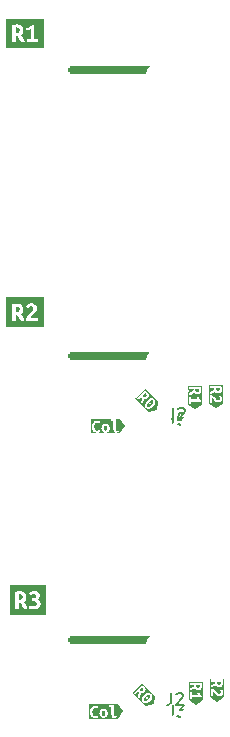
<source format=gbr>
%TF.GenerationSoftware,KiCad,Pcbnew,7.0.2*%
%TF.CreationDate,2024-09-11T13:34:27+02:00*%
%TF.ProjectId,column,636f6c75-6d6e-42e6-9b69-6361645f7063,rev?*%
%TF.SameCoordinates,Original*%
%TF.FileFunction,Legend,Top*%
%TF.FilePolarity,Positive*%
%FSLAX46Y46*%
G04 Gerber Fmt 4.6, Leading zero omitted, Abs format (unit mm)*
G04 Created by KiCad (PCBNEW 7.0.2) date 2024-09-11 13:34:27*
%MOMM*%
%LPD*%
G01*
G04 APERTURE LIST*
G04 Aperture macros list*
%AMRoundRect*
0 Rectangle with rounded corners*
0 $1 Rounding radius*
0 $2 $3 $4 $5 $6 $7 $8 $9 X,Y pos of 4 corners*
0 Add a 4 corners polygon primitive as box body*
4,1,4,$2,$3,$4,$5,$6,$7,$8,$9,$2,$3,0*
0 Add four circle primitives for the rounded corners*
1,1,$1+$1,$2,$3*
1,1,$1+$1,$4,$5*
1,1,$1+$1,$6,$7*
1,1,$1+$1,$8,$9*
0 Add four rect primitives between the rounded corners*
20,1,$1+$1,$2,$3,$4,$5,0*
20,1,$1+$1,$4,$5,$6,$7,0*
20,1,$1+$1,$6,$7,$8,$9,0*
20,1,$1+$1,$8,$9,$2,$3,0*%
%AMHorizOval*
0 Thick line with rounded ends*
0 $1 width*
0 $2 $3 position (X,Y) of the first rounded end (center of the circle)*
0 $4 $5 position (X,Y) of the second rounded end (center of the circle)*
0 Add line between two ends*
20,1,$1,$2,$3,$4,$5,0*
0 Add two circle primitives to create the rounded ends*
1,1,$1,$2,$3*
1,1,$1,$4,$5*%
G04 Aperture macros list end*
%ADD10C,0.150000*%
%ADD11O,2.701800X1.701800*%
%ADD12C,3.987800*%
%ADD13HorizOval,2.032000X-0.608505X0.641231X0.608505X-0.641231X0*%
%ADD14C,2.032000*%
%ADD15RoundRect,0.189673X3.620327X0.189672X-3.620327X0.189672X-3.620327X-0.189672X3.620327X-0.189672X0*%
%ADD16HorizOval,2.032000X-0.608505X-0.641231X0.608505X0.641231X0*%
%ADD17HorizOval,2.032000X-1.269427X-0.410014X1.269427X0.410014X0*%
%ADD18HorizOval,2.032000X-1.269427X0.410014X1.269427X-0.410014X0*%
%ADD19C,1.600000*%
G04 APERTURE END LIST*
D10*
X197460382Y-101717231D02*
X197460382Y-102431516D01*
X197460382Y-102431516D02*
X197412763Y-102574373D01*
X197412763Y-102574373D02*
X197317525Y-102669612D01*
X197317525Y-102669612D02*
X197174668Y-102717231D01*
X197174668Y-102717231D02*
X197079430Y-102717231D01*
X197888954Y-101812469D02*
X197936573Y-101764850D01*
X197936573Y-101764850D02*
X198031811Y-101717231D01*
X198031811Y-101717231D02*
X198269906Y-101717231D01*
X198269906Y-101717231D02*
X198365144Y-101764850D01*
X198365144Y-101764850D02*
X198412763Y-101812469D01*
X198412763Y-101812469D02*
X198460382Y-101907707D01*
X198460382Y-101907707D02*
X198460382Y-102002945D01*
X198460382Y-102002945D02*
X198412763Y-102145802D01*
X198412763Y-102145802D02*
X197841335Y-102717231D01*
X197841335Y-102717231D02*
X198460382Y-102717231D01*
X197291798Y-125861745D02*
X197291798Y-126576030D01*
X197291798Y-126576030D02*
X197244179Y-126718887D01*
X197244179Y-126718887D02*
X197148941Y-126814126D01*
X197148941Y-126814126D02*
X197006084Y-126861745D01*
X197006084Y-126861745D02*
X196910846Y-126861745D01*
X197720370Y-125956983D02*
X197767989Y-125909364D01*
X197767989Y-125909364D02*
X197863227Y-125861745D01*
X197863227Y-125861745D02*
X198101322Y-125861745D01*
X198101322Y-125861745D02*
X198196560Y-125909364D01*
X198196560Y-125909364D02*
X198244179Y-125956983D01*
X198244179Y-125956983D02*
X198291798Y-126052221D01*
X198291798Y-126052221D02*
X198291798Y-126147459D01*
X198291798Y-126147459D02*
X198244179Y-126290316D01*
X198244179Y-126290316D02*
X197672751Y-126861745D01*
X197672751Y-126861745D02*
X198291798Y-126861745D01*
%TO.C,SW3*%
X193818823Y-124277194D02*
X193675966Y-124229574D01*
X193675966Y-124229574D02*
X193437871Y-124229574D01*
X193437871Y-124229574D02*
X193342633Y-124277194D01*
X193342633Y-124277194D02*
X193295014Y-124324813D01*
X193295014Y-124324813D02*
X193247395Y-124420051D01*
X193247395Y-124420051D02*
X193247395Y-124515289D01*
X193247395Y-124515289D02*
X193295014Y-124610527D01*
X193295014Y-124610527D02*
X193342633Y-124658146D01*
X193342633Y-124658146D02*
X193437871Y-124705765D01*
X193437871Y-124705765D02*
X193628347Y-124753384D01*
X193628347Y-124753384D02*
X193723585Y-124801003D01*
X193723585Y-124801003D02*
X193771204Y-124848622D01*
X193771204Y-124848622D02*
X193818823Y-124943860D01*
X193818823Y-124943860D02*
X193818823Y-125039098D01*
X193818823Y-125039098D02*
X193771204Y-125134336D01*
X193771204Y-125134336D02*
X193723585Y-125181955D01*
X193723585Y-125181955D02*
X193628347Y-125229574D01*
X193628347Y-125229574D02*
X193390252Y-125229574D01*
X193390252Y-125229574D02*
X193247395Y-125181955D01*
X192914061Y-125229574D02*
X192675966Y-124229574D01*
X192675966Y-124229574D02*
X192485490Y-124943860D01*
X192485490Y-124943860D02*
X192295014Y-124229574D01*
X192295014Y-124229574D02*
X192056919Y-125229574D01*
X191771204Y-125229574D02*
X191152157Y-125229574D01*
X191152157Y-125229574D02*
X191485490Y-124848622D01*
X191485490Y-124848622D02*
X191342633Y-124848622D01*
X191342633Y-124848622D02*
X191247395Y-124801003D01*
X191247395Y-124801003D02*
X191199776Y-124753384D01*
X191199776Y-124753384D02*
X191152157Y-124658146D01*
X191152157Y-124658146D02*
X191152157Y-124420051D01*
X191152157Y-124420051D02*
X191199776Y-124324813D01*
X191199776Y-124324813D02*
X191247395Y-124277194D01*
X191247395Y-124277194D02*
X191342633Y-124229574D01*
X191342633Y-124229574D02*
X191628347Y-124229574D01*
X191628347Y-124229574D02*
X191723585Y-124277194D01*
X191723585Y-124277194D02*
X191771204Y-124324813D01*
%TO.C,SW2*%
X193818823Y-100179194D02*
X193675966Y-100131574D01*
X193675966Y-100131574D02*
X193437871Y-100131574D01*
X193437871Y-100131574D02*
X193342633Y-100179194D01*
X193342633Y-100179194D02*
X193295014Y-100226813D01*
X193295014Y-100226813D02*
X193247395Y-100322051D01*
X193247395Y-100322051D02*
X193247395Y-100417289D01*
X193247395Y-100417289D02*
X193295014Y-100512527D01*
X193295014Y-100512527D02*
X193342633Y-100560146D01*
X193342633Y-100560146D02*
X193437871Y-100607765D01*
X193437871Y-100607765D02*
X193628347Y-100655384D01*
X193628347Y-100655384D02*
X193723585Y-100703003D01*
X193723585Y-100703003D02*
X193771204Y-100750622D01*
X193771204Y-100750622D02*
X193818823Y-100845860D01*
X193818823Y-100845860D02*
X193818823Y-100941098D01*
X193818823Y-100941098D02*
X193771204Y-101036336D01*
X193771204Y-101036336D02*
X193723585Y-101083955D01*
X193723585Y-101083955D02*
X193628347Y-101131574D01*
X193628347Y-101131574D02*
X193390252Y-101131574D01*
X193390252Y-101131574D02*
X193247395Y-101083955D01*
X192914061Y-101131574D02*
X192675966Y-100131574D01*
X192675966Y-100131574D02*
X192485490Y-100845860D01*
X192485490Y-100845860D02*
X192295014Y-100131574D01*
X192295014Y-100131574D02*
X192056919Y-101131574D01*
X191723585Y-101036336D02*
X191675966Y-101083955D01*
X191675966Y-101083955D02*
X191580728Y-101131574D01*
X191580728Y-101131574D02*
X191342633Y-101131574D01*
X191342633Y-101131574D02*
X191247395Y-101083955D01*
X191247395Y-101083955D02*
X191199776Y-101036336D01*
X191199776Y-101036336D02*
X191152157Y-100941098D01*
X191152157Y-100941098D02*
X191152157Y-100845860D01*
X191152157Y-100845860D02*
X191199776Y-100703003D01*
X191199776Y-100703003D02*
X191771204Y-100131574D01*
X191771204Y-100131574D02*
X191152157Y-100131574D01*
%TO.C,SW1*%
X193818823Y-75981194D02*
X193675966Y-75933574D01*
X193675966Y-75933574D02*
X193437871Y-75933574D01*
X193437871Y-75933574D02*
X193342633Y-75981194D01*
X193342633Y-75981194D02*
X193295014Y-76028813D01*
X193295014Y-76028813D02*
X193247395Y-76124051D01*
X193247395Y-76124051D02*
X193247395Y-76219289D01*
X193247395Y-76219289D02*
X193295014Y-76314527D01*
X193295014Y-76314527D02*
X193342633Y-76362146D01*
X193342633Y-76362146D02*
X193437871Y-76409765D01*
X193437871Y-76409765D02*
X193628347Y-76457384D01*
X193628347Y-76457384D02*
X193723585Y-76505003D01*
X193723585Y-76505003D02*
X193771204Y-76552622D01*
X193771204Y-76552622D02*
X193818823Y-76647860D01*
X193818823Y-76647860D02*
X193818823Y-76743098D01*
X193818823Y-76743098D02*
X193771204Y-76838336D01*
X193771204Y-76838336D02*
X193723585Y-76885955D01*
X193723585Y-76885955D02*
X193628347Y-76933574D01*
X193628347Y-76933574D02*
X193390252Y-76933574D01*
X193390252Y-76933574D02*
X193247395Y-76885955D01*
X192914061Y-76933574D02*
X192675966Y-75933574D01*
X192675966Y-75933574D02*
X192485490Y-76647860D01*
X192485490Y-76647860D02*
X192295014Y-75933574D01*
X192295014Y-75933574D02*
X192056919Y-76933574D01*
X191152157Y-75933574D02*
X191723585Y-75933574D01*
X191437871Y-75933574D02*
X191437871Y-76933574D01*
X191437871Y-76933574D02*
X191533109Y-76790717D01*
X191533109Y-76790717D02*
X191628347Y-76695479D01*
X191628347Y-76695479D02*
X191723585Y-76647860D01*
%TO.C,J3*%
X197412157Y-126888813D02*
X197412157Y-127603098D01*
X197412157Y-127603098D02*
X197364538Y-127745955D01*
X197364538Y-127745955D02*
X197269300Y-127841194D01*
X197269300Y-127841194D02*
X197126443Y-127888813D01*
X197126443Y-127888813D02*
X197031205Y-127888813D01*
X197793110Y-126888813D02*
X198412157Y-126888813D01*
X198412157Y-126888813D02*
X198078824Y-127269765D01*
X198078824Y-127269765D02*
X198221681Y-127269765D01*
X198221681Y-127269765D02*
X198316919Y-127317384D01*
X198316919Y-127317384D02*
X198364538Y-127365003D01*
X198364538Y-127365003D02*
X198412157Y-127460241D01*
X198412157Y-127460241D02*
X198412157Y-127698336D01*
X198412157Y-127698336D02*
X198364538Y-127793574D01*
X198364538Y-127793574D02*
X198316919Y-127841194D01*
X198316919Y-127841194D02*
X198221681Y-127888813D01*
X198221681Y-127888813D02*
X197935967Y-127888813D01*
X197935967Y-127888813D02*
X197840729Y-127841194D01*
X197840729Y-127841194D02*
X197793110Y-127793574D01*
%TO.C,J5*%
X197446829Y-102176789D02*
X197446829Y-102891074D01*
X197446829Y-102891074D02*
X197399210Y-103033931D01*
X197399210Y-103033931D02*
X197303972Y-103129170D01*
X197303972Y-103129170D02*
X197161115Y-103176789D01*
X197161115Y-103176789D02*
X197065877Y-103176789D01*
X198399210Y-102176789D02*
X197923020Y-102176789D01*
X197923020Y-102176789D02*
X197875401Y-102652979D01*
X197875401Y-102652979D02*
X197923020Y-102605360D01*
X197923020Y-102605360D02*
X198018258Y-102557741D01*
X198018258Y-102557741D02*
X198256353Y-102557741D01*
X198256353Y-102557741D02*
X198351591Y-102605360D01*
X198351591Y-102605360D02*
X198399210Y-102652979D01*
X198399210Y-102652979D02*
X198446829Y-102748217D01*
X198446829Y-102748217D02*
X198446829Y-102986312D01*
X198446829Y-102986312D02*
X198399210Y-103081550D01*
X198399210Y-103081550D02*
X198351591Y-103129170D01*
X198351591Y-103129170D02*
X198256353Y-103176789D01*
X198256353Y-103176789D02*
X198018258Y-103176789D01*
X198018258Y-103176789D02*
X197923020Y-103129170D01*
X197923020Y-103129170D02*
X197875401Y-103081550D01*
%TO.C,kibuzzard-6399CA47*%
G36*
X199647585Y-100178214D02*
G01*
X199648379Y-100205201D01*
X199639251Y-100275448D01*
X199611866Y-100330614D01*
X199565035Y-100366333D01*
X199497567Y-100378239D01*
X199387235Y-100333789D01*
X199358065Y-100275448D01*
X199348342Y-100189326D01*
X199348342Y-100146464D01*
X199643617Y-100146464D01*
X199647585Y-100178214D01*
G37*
G36*
X199884387Y-99951201D02*
G01*
X199884387Y-101387889D01*
X199884387Y-101454035D01*
X199321354Y-101829390D01*
X198758321Y-101454035D01*
X198758321Y-101387889D01*
X198824466Y-101387889D01*
X198986391Y-101387889D01*
X198986391Y-101192626D01*
X199807129Y-101192626D01*
X199807129Y-101059276D01*
X199745217Y-100991014D01*
X199688067Y-100906876D01*
X199638854Y-100817976D01*
X199602341Y-100735426D01*
X199440416Y-100798926D01*
X199479310Y-100895764D01*
X199535667Y-100997364D01*
X198986391Y-100997364D01*
X198986391Y-100790989D01*
X198824466Y-100790989D01*
X198824466Y-101387889D01*
X198758321Y-101387889D01*
X198758321Y-100641764D01*
X198824466Y-100641764D01*
X198928448Y-100596520D01*
X199037985Y-100541751D01*
X199142760Y-100483014D01*
X199234041Y-100425864D01*
X199278888Y-100495317D01*
X199340404Y-100541751D01*
X199414223Y-100567945D01*
X199495979Y-100576676D01*
X199573171Y-100570128D01*
X199639648Y-100550483D01*
X199740454Y-100475076D01*
X199774982Y-100421101D01*
X199799192Y-100357601D01*
X199813479Y-100285370D01*
X199818242Y-100205201D01*
X199816654Y-100149639D01*
X199812685Y-100082964D01*
X199804748Y-100013908D01*
X199792842Y-99951201D01*
X198824466Y-99951201D01*
X198824466Y-100146464D01*
X199186417Y-100146464D01*
X199186417Y-100248064D01*
X199096524Y-100301841D01*
X199007823Y-100352045D01*
X198917931Y-100397487D01*
X198824466Y-100436976D01*
X198824466Y-100641764D01*
X198758321Y-100641764D01*
X198758321Y-99951201D01*
X198758321Y-99885056D01*
X199884387Y-99885056D01*
X199884387Y-99951201D01*
G37*
%TO.C,kibuzzard-6399CA4F*%
G36*
X201405083Y-100098060D02*
G01*
X201405877Y-100125047D01*
X201396749Y-100195294D01*
X201369364Y-100250460D01*
X201322533Y-100286178D01*
X201255064Y-100298085D01*
X201144733Y-100253635D01*
X201115563Y-100195294D01*
X201105839Y-100109172D01*
X201105839Y-100066310D01*
X201401114Y-100066310D01*
X201405083Y-100098060D01*
G37*
G36*
X201652998Y-99871047D02*
G01*
X201652998Y-101312497D01*
X201652998Y-101378643D01*
X201084408Y-101757703D01*
X200515818Y-101378643D01*
X200515818Y-101312497D01*
X200581964Y-101312497D01*
X200743889Y-101312497D01*
X200743889Y-100890222D01*
X200796277Y-100906891D01*
X200852633Y-100947372D01*
X200906608Y-100998172D01*
X200951852Y-101045797D01*
X201031227Y-101126760D01*
X201116952Y-101198197D01*
X201208233Y-101248997D01*
X201305864Y-101268047D01*
X201428896Y-101242647D01*
X201517002Y-101174385D01*
X201569389Y-101075960D01*
X201586852Y-100960072D01*
X201578914Y-100877324D01*
X201555102Y-100794178D01*
X201514621Y-100715796D01*
X201456677Y-100647335D01*
X201320152Y-100744172D01*
X201394764Y-100844185D01*
X201416989Y-100941022D01*
X201384445Y-101033097D01*
X201291577Y-101069610D01*
X201207439Y-101040241D01*
X201121714Y-100965628D01*
X201076272Y-100918797D01*
X201028846Y-100868791D01*
X200978442Y-100818785D01*
X200924071Y-100771953D01*
X200865135Y-100730678D01*
X200801039Y-100697341D01*
X200731189Y-100675314D01*
X200654989Y-100667972D01*
X200621652Y-100667178D01*
X200581964Y-100671147D01*
X200581964Y-101312497D01*
X200515818Y-101312497D01*
X200515818Y-100561610D01*
X200581964Y-100561610D01*
X200685945Y-100516366D01*
X200795483Y-100461597D01*
X200900258Y-100402860D01*
X200991539Y-100345710D01*
X201036386Y-100415163D01*
X201097902Y-100461597D01*
X201171721Y-100487791D01*
X201253477Y-100496522D01*
X201330669Y-100489974D01*
X201397146Y-100470328D01*
X201497952Y-100394922D01*
X201532480Y-100340947D01*
X201556689Y-100277447D01*
X201570977Y-100205216D01*
X201575739Y-100125047D01*
X201574152Y-100069485D01*
X201570183Y-100002810D01*
X201562246Y-99933753D01*
X201550339Y-99871047D01*
X200581964Y-99871047D01*
X200581964Y-100066310D01*
X200943914Y-100066310D01*
X200943914Y-100167910D01*
X200854022Y-100221686D01*
X200765320Y-100271891D01*
X200675428Y-100317333D01*
X200581964Y-100356822D01*
X200581964Y-100561610D01*
X200515818Y-100561610D01*
X200515818Y-99871047D01*
X200515818Y-99804901D01*
X201652998Y-99804901D01*
X201652998Y-99871047D01*
G37*
G36*
X201492166Y-124946952D02*
G01*
X201492960Y-124973939D01*
X201483832Y-125044186D01*
X201456447Y-125099352D01*
X201409616Y-125135070D01*
X201342147Y-125146977D01*
X201231816Y-125102527D01*
X201202646Y-125044186D01*
X201192922Y-124958064D01*
X201192922Y-124915202D01*
X201488197Y-124915202D01*
X201492166Y-124946952D01*
G37*
G36*
X201740081Y-124719939D02*
G01*
X201740081Y-126161389D01*
X201740081Y-126227535D01*
X201171491Y-126606595D01*
X200602901Y-126227535D01*
X200602901Y-126161389D01*
X200669047Y-126161389D01*
X200830972Y-126161389D01*
X200830972Y-125739114D01*
X200883360Y-125755783D01*
X200939716Y-125796264D01*
X200993691Y-125847064D01*
X201038935Y-125894689D01*
X201118310Y-125975652D01*
X201204035Y-126047089D01*
X201295316Y-126097889D01*
X201392947Y-126116939D01*
X201515979Y-126091539D01*
X201604085Y-126023277D01*
X201656472Y-125924852D01*
X201673935Y-125808964D01*
X201665997Y-125726216D01*
X201642185Y-125643070D01*
X201601704Y-125564688D01*
X201543760Y-125496227D01*
X201407235Y-125593064D01*
X201481847Y-125693077D01*
X201504072Y-125789914D01*
X201471528Y-125881989D01*
X201378660Y-125918502D01*
X201294522Y-125889133D01*
X201208797Y-125814520D01*
X201163355Y-125767689D01*
X201115929Y-125717683D01*
X201065525Y-125667677D01*
X201011154Y-125620845D01*
X200952218Y-125579570D01*
X200888122Y-125546233D01*
X200818272Y-125524206D01*
X200742072Y-125516864D01*
X200708735Y-125516070D01*
X200669047Y-125520039D01*
X200669047Y-126161389D01*
X200602901Y-126161389D01*
X200602901Y-125410502D01*
X200669047Y-125410502D01*
X200773028Y-125365258D01*
X200882566Y-125310489D01*
X200987341Y-125251752D01*
X201078622Y-125194602D01*
X201123469Y-125264055D01*
X201184985Y-125310489D01*
X201258804Y-125336683D01*
X201340560Y-125345414D01*
X201417752Y-125338866D01*
X201484229Y-125319220D01*
X201585035Y-125243814D01*
X201619563Y-125189839D01*
X201643772Y-125126339D01*
X201658060Y-125054108D01*
X201662822Y-124973939D01*
X201661235Y-124918377D01*
X201657266Y-124851702D01*
X201649329Y-124782645D01*
X201637422Y-124719939D01*
X200669047Y-124719939D01*
X200669047Y-124915202D01*
X201030997Y-124915202D01*
X201030997Y-125016802D01*
X200941105Y-125070578D01*
X200852403Y-125120783D01*
X200762511Y-125166225D01*
X200669047Y-125205714D01*
X200669047Y-125410502D01*
X200602901Y-125410502D01*
X200602901Y-124719939D01*
X200602901Y-124653793D01*
X201740081Y-124653793D01*
X201740081Y-124719939D01*
G37*
%TO.C,kibuzzard-6399CA3A*%
G36*
X193190158Y-127408194D02*
G01*
X192775115Y-128030759D01*
X192708969Y-128030759D01*
X192489894Y-128030759D01*
X191572319Y-128030759D01*
X190850007Y-128030759D01*
X190422969Y-128030759D01*
X190356824Y-128030759D01*
X190356824Y-127451850D01*
X190422969Y-127451850D01*
X190429816Y-127567837D01*
X190450354Y-127669735D01*
X190484584Y-127757543D01*
X190532507Y-127831263D01*
X190616468Y-127905346D01*
X190722301Y-127949796D01*
X190850007Y-127964613D01*
X190936724Y-127959255D01*
X191012726Y-127943182D01*
X191124644Y-127896350D01*
X191075432Y-127742363D01*
X190995263Y-127777288D01*
X190869057Y-127794750D01*
X190755749Y-127772327D01*
X190679351Y-127705056D01*
X190647160Y-127636529D01*
X190632065Y-127569325D01*
X191219894Y-127569325D01*
X191226244Y-127654058D01*
X191245294Y-127730456D01*
X191276052Y-127797727D01*
X191317526Y-127855075D01*
X191368723Y-127901510D01*
X191428651Y-127936038D01*
X191496715Y-127957469D01*
X191572319Y-127964613D01*
X191647924Y-127957469D01*
X191715988Y-127936038D01*
X191775718Y-127901510D01*
X191826319Y-127855075D01*
X191867198Y-127797727D01*
X191897757Y-127730456D01*
X191916807Y-127654058D01*
X191923157Y-127569325D01*
X191916807Y-127485783D01*
X191897757Y-127409781D01*
X191866999Y-127342710D01*
X191825526Y-127285956D01*
X191774329Y-127240316D01*
X191714401Y-127206581D01*
X191646734Y-127185746D01*
X191572319Y-127178800D01*
X191498898Y-127185746D01*
X191431032Y-127206581D01*
X191370509Y-127240316D01*
X191319113Y-127285956D01*
X191277441Y-127342710D01*
X191246088Y-127409781D01*
X191226443Y-127485783D01*
X191219894Y-127569325D01*
X190632065Y-127569325D01*
X190627845Y-127550540D01*
X190621407Y-127447088D01*
X190626765Y-127358188D01*
X190642838Y-127285163D01*
X190698401Y-127181181D01*
X190776188Y-127125619D01*
X190865882Y-127108950D01*
X190984151Y-127125619D01*
X191072257Y-127166100D01*
X191123057Y-127010525D01*
X191090513Y-126991475D01*
X191037332Y-126967663D01*
X190963513Y-126947819D01*
X190869057Y-126939088D01*
X190775990Y-126947621D01*
X190690463Y-126973219D01*
X190614263Y-127015288D01*
X190549176Y-127073231D01*
X190496193Y-127146455D01*
X190456307Y-127234363D01*
X190431304Y-127336360D01*
X190422969Y-127451850D01*
X190356824Y-127451850D01*
X190356824Y-126851775D01*
X192024757Y-126851775D01*
X192024757Y-127013700D01*
X192231132Y-127013700D01*
X192231132Y-127647113D01*
X192246610Y-127782646D01*
X192293044Y-127881269D01*
X192373213Y-127941396D01*
X192489894Y-127961438D01*
X192578001Y-127955088D01*
X192643882Y-127940007D01*
X192687538Y-127923338D01*
X192708969Y-127912225D01*
X192683569Y-127755063D01*
X192631182Y-127775700D01*
X192532757Y-127791575D01*
X192456557Y-127764588D01*
X192426394Y-127661400D01*
X192426394Y-126851775D01*
X192024757Y-126851775D01*
X190356824Y-126851775D01*
X190356824Y-126785629D01*
X190422969Y-126785629D01*
X192708969Y-126785629D01*
X192775115Y-126785629D01*
X193190158Y-127408194D01*
G37*
G36*
X191640780Y-127363942D02*
G01*
X191687413Y-127409781D01*
X191714202Y-127480624D01*
X191723132Y-127570913D01*
X191713409Y-127661400D01*
X191684238Y-127732838D01*
X191636018Y-127779272D01*
X191569144Y-127794750D01*
X191500684Y-127779272D01*
X191454051Y-127732838D01*
X191427262Y-127661400D01*
X191418332Y-127570913D01*
X191428055Y-127480624D01*
X191457226Y-127409781D01*
X191505446Y-127363942D01*
X191572319Y-127348663D01*
X191640780Y-127363942D01*
G37*
G36*
X193358742Y-103263680D02*
G01*
X192943699Y-103886245D01*
X192877553Y-103886245D01*
X192658478Y-103886245D01*
X191740903Y-103886245D01*
X191018591Y-103886245D01*
X190591553Y-103886245D01*
X190525408Y-103886245D01*
X190525408Y-103307336D01*
X190591553Y-103307336D01*
X190598400Y-103423323D01*
X190618938Y-103525221D01*
X190653168Y-103613029D01*
X190701091Y-103686749D01*
X190785052Y-103760832D01*
X190890885Y-103805282D01*
X191018591Y-103820099D01*
X191105308Y-103814741D01*
X191181310Y-103798668D01*
X191293228Y-103751836D01*
X191244016Y-103597849D01*
X191163847Y-103632774D01*
X191037641Y-103650236D01*
X190924333Y-103627813D01*
X190847935Y-103560542D01*
X190815744Y-103492015D01*
X190800649Y-103424811D01*
X191388478Y-103424811D01*
X191394828Y-103509544D01*
X191413878Y-103585942D01*
X191444636Y-103653213D01*
X191486110Y-103710561D01*
X191537307Y-103756996D01*
X191597235Y-103791524D01*
X191665299Y-103812955D01*
X191740903Y-103820099D01*
X191816508Y-103812955D01*
X191884572Y-103791524D01*
X191944302Y-103756996D01*
X191994903Y-103710561D01*
X192035782Y-103653213D01*
X192066341Y-103585942D01*
X192085391Y-103509544D01*
X192091741Y-103424811D01*
X192085391Y-103341269D01*
X192066341Y-103265267D01*
X192035583Y-103198196D01*
X191994110Y-103141442D01*
X191942913Y-103095802D01*
X191882985Y-103062067D01*
X191815318Y-103041232D01*
X191740903Y-103034286D01*
X191667482Y-103041232D01*
X191599616Y-103062067D01*
X191539093Y-103095802D01*
X191487697Y-103141442D01*
X191446025Y-103198196D01*
X191414672Y-103265267D01*
X191395027Y-103341269D01*
X191388478Y-103424811D01*
X190800649Y-103424811D01*
X190796429Y-103406026D01*
X190789991Y-103302574D01*
X190795349Y-103213674D01*
X190811422Y-103140649D01*
X190866985Y-103036667D01*
X190944772Y-102981105D01*
X191034466Y-102964436D01*
X191152735Y-102981105D01*
X191240841Y-103021586D01*
X191291641Y-102866011D01*
X191259097Y-102846961D01*
X191205916Y-102823149D01*
X191132097Y-102803305D01*
X191037641Y-102794574D01*
X190944574Y-102803107D01*
X190859047Y-102828705D01*
X190782847Y-102870774D01*
X190717760Y-102928717D01*
X190664777Y-103001941D01*
X190624891Y-103089849D01*
X190599888Y-103191846D01*
X190591553Y-103307336D01*
X190525408Y-103307336D01*
X190525408Y-102707261D01*
X192193341Y-102707261D01*
X192193341Y-102869186D01*
X192399716Y-102869186D01*
X192399716Y-103502599D01*
X192415194Y-103638132D01*
X192461628Y-103736755D01*
X192541797Y-103796882D01*
X192658478Y-103816924D01*
X192746585Y-103810574D01*
X192812466Y-103795493D01*
X192856122Y-103778824D01*
X192877553Y-103767711D01*
X192852153Y-103610549D01*
X192799766Y-103631186D01*
X192701341Y-103647061D01*
X192625141Y-103620074D01*
X192594978Y-103516886D01*
X192594978Y-102707261D01*
X192193341Y-102707261D01*
X190525408Y-102707261D01*
X190525408Y-102641115D01*
X190591553Y-102641115D01*
X192877553Y-102641115D01*
X192943699Y-102641115D01*
X193358742Y-103263680D01*
G37*
G36*
X191809364Y-103219428D02*
G01*
X191855997Y-103265267D01*
X191882786Y-103336110D01*
X191891716Y-103426399D01*
X191881993Y-103516886D01*
X191852822Y-103588324D01*
X191804602Y-103634758D01*
X191737728Y-103650236D01*
X191669268Y-103634758D01*
X191622635Y-103588324D01*
X191595846Y-103516886D01*
X191586916Y-103426399D01*
X191596639Y-103336110D01*
X191625810Y-103265267D01*
X191674030Y-103219428D01*
X191740903Y-103204149D01*
X191809364Y-103219428D01*
G37*
%TO.C,kibuzzard-63982CB3*%
G36*
X186733575Y-119275431D02*
G01*
X186237482Y-119275431D01*
X185670744Y-119275431D01*
X185137344Y-119275431D01*
X184101500Y-119275431D01*
X183605407Y-119275431D01*
X183605407Y-118748381D01*
X184101500Y-118748381D01*
X184394394Y-118748381D01*
X184394394Y-118205456D01*
X184546794Y-118205456D01*
X184627459Y-118340295D01*
X184702766Y-118473347D01*
X184770929Y-118608185D01*
X184830163Y-118748381D01*
X185137344Y-118748381D01*
X185115586Y-118698375D01*
X185261169Y-118698375D01*
X185334988Y-118724569D01*
X185438572Y-118750763D01*
X185555254Y-118771003D01*
X185670744Y-118779338D01*
X185808261Y-118770706D01*
X185925538Y-118744810D01*
X186023169Y-118703138D01*
X186101750Y-118647178D01*
X186204144Y-118498350D01*
X186237482Y-118310231D01*
X186221706Y-118190574D01*
X186174379Y-118088775D01*
X186098476Y-118007217D01*
X185996975Y-117948281D01*
X186130325Y-117824456D01*
X186180332Y-117655388D01*
X186151757Y-117491081D01*
X186063650Y-117358922D01*
X185912441Y-117272006D01*
X185812726Y-117248789D01*
X185696938Y-117241050D01*
X185570434Y-117252064D01*
X185457622Y-117285103D01*
X185287363Y-117372019D01*
X185392138Y-117586331D01*
X185533822Y-117518466D01*
X185699319Y-117491081D01*
X185833860Y-117537516D01*
X185882675Y-117664913D01*
X185860054Y-117755400D01*
X185801713Y-117812550D01*
X185720750Y-117843506D01*
X185630263Y-117853031D01*
X185520725Y-117853031D01*
X185520725Y-118095919D01*
X185611213Y-118095919D01*
X185741586Y-118107528D01*
X185846957Y-118142353D01*
X185916608Y-118206349D01*
X185939825Y-118305469D01*
X185879104Y-118465013D01*
X185796057Y-118513233D01*
X185668363Y-118529306D01*
X185555551Y-118522758D01*
X185460004Y-118503113D01*
X185318319Y-118453106D01*
X185261169Y-118698375D01*
X185115586Y-118698375D01*
X185069479Y-118592410D01*
X184987325Y-118428103D01*
X184899219Y-118270941D01*
X184813494Y-118134019D01*
X184917674Y-118066749D01*
X184987325Y-117974475D01*
X185026616Y-117863747D01*
X185039713Y-117741113D01*
X185029890Y-117625324D01*
X185000422Y-117525610D01*
X184887313Y-117374400D01*
X184806350Y-117322608D01*
X184711100Y-117286294D01*
X184602754Y-117264863D01*
X184482500Y-117257719D01*
X184399157Y-117260100D01*
X184299144Y-117266053D01*
X184195560Y-117277960D01*
X184101500Y-117295819D01*
X184101500Y-118748381D01*
X183605407Y-118748381D01*
X183605407Y-116744956D01*
X184101500Y-116744956D01*
X186237482Y-116744956D01*
X186733575Y-116744956D01*
X186733575Y-119275431D01*
G37*
G36*
X184587871Y-117526205D02*
G01*
X184670619Y-117567281D01*
X184724197Y-117637528D01*
X184742057Y-117738731D01*
X184675382Y-117904228D01*
X184587871Y-117947984D01*
X184458688Y-117962569D01*
X184394394Y-117962569D01*
X184394394Y-117519656D01*
X184442019Y-117513703D01*
X184482500Y-117512513D01*
X184587871Y-117526205D01*
G37*
%TO.C,kibuzzard-63982C76*%
G36*
X186489100Y-71245619D02*
G01*
X185993007Y-71245619D01*
X184873819Y-71245619D01*
X183837975Y-71245619D01*
X183341882Y-71245619D01*
X183341882Y-70749525D01*
X183837975Y-70749525D01*
X184130869Y-70749525D01*
X184130869Y-70206600D01*
X184283269Y-70206600D01*
X184363934Y-70341439D01*
X184439241Y-70474491D01*
X184507404Y-70609329D01*
X184566638Y-70749525D01*
X184873819Y-70749525D01*
X184805954Y-70593553D01*
X184723800Y-70429247D01*
X184635694Y-70272085D01*
X184549969Y-70135163D01*
X184654149Y-70067892D01*
X184723800Y-69975619D01*
X184763091Y-69864891D01*
X184776188Y-69742256D01*
X184766365Y-69626468D01*
X184753434Y-69582713D01*
X185014313Y-69582713D01*
X185109563Y-69825600D01*
X185254819Y-69767260D01*
X185407219Y-69682725D01*
X185407219Y-70506638D01*
X185097657Y-70506638D01*
X185097657Y-70749525D01*
X185993007Y-70749525D01*
X185993007Y-70506638D01*
X185700113Y-70506638D01*
X185700113Y-69275532D01*
X185500088Y-69275532D01*
X185397694Y-69368400D01*
X185271488Y-69454125D01*
X185138138Y-69527944D01*
X185014313Y-69582713D01*
X184753434Y-69582713D01*
X184736897Y-69526753D01*
X184623788Y-69375544D01*
X184542825Y-69323752D01*
X184447575Y-69287438D01*
X184339229Y-69266006D01*
X184218975Y-69258863D01*
X184135632Y-69261244D01*
X184035619Y-69267197D01*
X183932035Y-69279103D01*
X183837975Y-69296963D01*
X183837975Y-70749525D01*
X183341882Y-70749525D01*
X183341882Y-68762769D01*
X183837975Y-68762769D01*
X185993007Y-68762769D01*
X186489100Y-68762769D01*
X186489100Y-71245619D01*
G37*
G36*
X184324346Y-69527349D02*
G01*
X184407094Y-69568425D01*
X184460672Y-69638672D01*
X184478532Y-69739875D01*
X184411857Y-69905372D01*
X184324346Y-69949128D01*
X184195163Y-69963713D01*
X184130869Y-69963713D01*
X184130869Y-69520800D01*
X184178494Y-69514847D01*
X184218975Y-69513657D01*
X184324346Y-69527349D01*
G37*
%TO.C,kibuzzard-6399CA1D*%
G36*
X195135051Y-100154408D02*
G01*
X196157678Y-101177035D01*
X196204451Y-101223807D01*
X196068001Y-101906057D01*
X195385751Y-102042507D01*
X195338979Y-101995734D01*
X195097634Y-101754390D01*
X194878740Y-101535496D01*
X195052109Y-101535496D01*
X195082044Y-101625299D01*
X195144406Y-101707617D01*
X195226725Y-101769981D01*
X195316528Y-101799915D01*
X195413814Y-101797420D01*
X195491620Y-101773637D01*
X195573494Y-101730349D01*
X195659438Y-101667557D01*
X195749451Y-101585262D01*
X195831220Y-101495775D01*
X195893556Y-101410287D01*
X195936458Y-101328799D01*
X195959925Y-101251308D01*
X195962109Y-101154334D01*
X195931987Y-101064719D01*
X195869562Y-100982462D01*
X195788365Y-100921222D01*
X195698937Y-100891662D01*
X195601277Y-100893782D01*
X195523121Y-100916934D01*
X195441316Y-100959450D01*
X195355863Y-101021330D01*
X195266763Y-101102573D01*
X195184467Y-101192586D01*
X195121675Y-101278530D01*
X195078387Y-101360404D01*
X195054604Y-101438210D01*
X195052109Y-101535496D01*
X194878740Y-101535496D01*
X194804653Y-101461409D01*
X194316352Y-100973107D01*
X194269579Y-100926335D01*
X194284172Y-100911742D01*
X194377717Y-100911742D01*
X194515788Y-101049814D01*
X194771726Y-100793877D01*
X194843568Y-100865719D01*
X194818030Y-100967308D01*
X194790808Y-101065530D01*
X194759377Y-101161225D01*
X194721211Y-101255237D01*
X194866018Y-101400044D01*
X194907552Y-101294526D01*
X194946279Y-101178344D01*
X194978833Y-101062723D01*
X195002967Y-100957767D01*
X195083790Y-100975166D01*
X195160122Y-100964501D01*
X195230841Y-100930826D01*
X195294826Y-100879189D01*
X195344778Y-100819975D01*
X195377893Y-100759079D01*
X195395853Y-100634477D01*
X195382102Y-100571896D01*
X195354319Y-100509876D01*
X195313347Y-100448698D01*
X195260027Y-100388642D01*
X195219616Y-100350476D01*
X195169663Y-100306137D01*
X195115220Y-100262920D01*
X195062461Y-100226998D01*
X194377717Y-100911742D01*
X194284172Y-100911742D01*
X195088279Y-100107635D01*
X195135051Y-100154408D01*
G37*
G36*
X195751696Y-101100328D02*
G01*
X195786494Y-101166277D01*
X195776392Y-101249625D01*
X195745086Y-101313983D01*
X195694571Y-101384329D01*
X195624850Y-101460660D01*
X195547894Y-101531006D01*
X195477174Y-101581894D01*
X195412692Y-101613325D01*
X195329343Y-101623428D01*
X195264864Y-101589405D01*
X195263395Y-101588629D01*
X195229297Y-101523382D01*
X195239260Y-101439894D01*
X195270379Y-101375099D01*
X195295485Y-101339988D01*
X195422233Y-101339988D01*
X195446368Y-101407902D01*
X195512597Y-101430352D01*
X195582194Y-101395553D01*
X195617553Y-101325396D01*
X195595664Y-101258605D01*
X195527189Y-101235032D01*
X195457593Y-101270953D01*
X195422233Y-101339988D01*
X195295485Y-101339988D01*
X195321080Y-101304192D01*
X195391363Y-101227174D01*
X195467758Y-101157515D01*
X195538290Y-101107187D01*
X195602961Y-101076193D01*
X195686448Y-101066231D01*
X195751696Y-101100328D01*
G37*
G36*
X195120272Y-100490232D02*
G01*
X195139916Y-100508753D01*
X195183133Y-100564880D01*
X195202778Y-100623252D01*
X195194921Y-100681624D01*
X195155632Y-100737750D01*
X195046185Y-100784335D01*
X194984305Y-100763709D01*
X194916532Y-100709687D01*
X194886224Y-100679379D01*
X195095015Y-100470588D01*
X195120272Y-100490232D01*
G37*
G36*
X194868014Y-125081081D02*
G01*
X195890641Y-126103708D01*
X195937414Y-126150480D01*
X195800964Y-126832730D01*
X195118714Y-126969180D01*
X195071942Y-126922407D01*
X194830597Y-126681063D01*
X194611703Y-126462169D01*
X194785072Y-126462169D01*
X194815007Y-126551972D01*
X194877369Y-126634290D01*
X194959688Y-126696654D01*
X195049491Y-126726588D01*
X195146777Y-126724093D01*
X195224583Y-126700310D01*
X195306457Y-126657022D01*
X195392401Y-126594230D01*
X195482414Y-126511935D01*
X195564183Y-126422448D01*
X195626519Y-126336960D01*
X195669421Y-126255472D01*
X195692888Y-126177981D01*
X195695072Y-126081007D01*
X195664950Y-125991392D01*
X195602525Y-125909135D01*
X195521328Y-125847895D01*
X195431900Y-125818335D01*
X195334240Y-125820455D01*
X195256084Y-125843607D01*
X195174279Y-125886123D01*
X195088826Y-125948003D01*
X194999726Y-126029246D01*
X194917430Y-126119259D01*
X194854638Y-126205203D01*
X194811350Y-126287077D01*
X194787567Y-126364883D01*
X194785072Y-126462169D01*
X194611703Y-126462169D01*
X194537616Y-126388082D01*
X194049315Y-125899780D01*
X194002542Y-125853008D01*
X194017135Y-125838415D01*
X194110680Y-125838415D01*
X194248751Y-125976487D01*
X194504689Y-125720550D01*
X194576531Y-125792392D01*
X194550993Y-125893981D01*
X194523771Y-125992203D01*
X194492340Y-126087898D01*
X194454174Y-126181910D01*
X194598981Y-126326717D01*
X194640515Y-126221199D01*
X194679242Y-126105017D01*
X194711796Y-125989396D01*
X194735930Y-125884440D01*
X194816753Y-125901839D01*
X194893085Y-125891174D01*
X194963804Y-125857499D01*
X195027789Y-125805862D01*
X195077741Y-125746648D01*
X195110856Y-125685752D01*
X195128816Y-125561150D01*
X195115065Y-125498569D01*
X195087282Y-125436549D01*
X195046310Y-125375371D01*
X194992990Y-125315315D01*
X194952579Y-125277149D01*
X194902626Y-125232810D01*
X194848183Y-125189593D01*
X194795424Y-125153671D01*
X194110680Y-125838415D01*
X194017135Y-125838415D01*
X194821242Y-125034308D01*
X194868014Y-125081081D01*
G37*
G36*
X195484659Y-126027001D02*
G01*
X195519457Y-126092950D01*
X195509355Y-126176298D01*
X195478049Y-126240656D01*
X195427534Y-126311002D01*
X195357813Y-126387333D01*
X195280857Y-126457679D01*
X195210137Y-126508567D01*
X195145655Y-126539998D01*
X195062306Y-126550101D01*
X194997827Y-126516078D01*
X194996358Y-126515302D01*
X194962260Y-126450055D01*
X194972223Y-126366567D01*
X195003342Y-126301772D01*
X195028448Y-126266661D01*
X195155196Y-126266661D01*
X195179331Y-126334575D01*
X195245560Y-126357025D01*
X195315157Y-126322226D01*
X195350516Y-126252069D01*
X195328627Y-126185278D01*
X195260152Y-126161705D01*
X195190556Y-126197626D01*
X195155196Y-126266661D01*
X195028448Y-126266661D01*
X195054043Y-126230865D01*
X195124326Y-126153847D01*
X195200721Y-126084188D01*
X195271253Y-126033860D01*
X195335924Y-126002866D01*
X195419411Y-125992904D01*
X195484659Y-126027001D01*
G37*
G36*
X194853235Y-125416905D02*
G01*
X194872879Y-125435426D01*
X194916096Y-125491553D01*
X194935741Y-125549925D01*
X194927884Y-125608297D01*
X194888595Y-125664423D01*
X194779148Y-125711008D01*
X194717268Y-125690382D01*
X194649495Y-125636360D01*
X194619187Y-125606052D01*
X194827978Y-125397261D01*
X194853235Y-125416905D01*
G37*
%TO.C,kibuzzard-63982C97*%
G36*
X186492672Y-94875953D02*
G01*
X185996579Y-94875953D01*
X184870247Y-94875953D01*
X183834403Y-94875953D01*
X183338310Y-94875953D01*
X183338310Y-94379860D01*
X183834403Y-94379860D01*
X184127297Y-94379860D01*
X184127297Y-93836935D01*
X184279697Y-93836935D01*
X184360362Y-93971773D01*
X184435669Y-94104825D01*
X184503832Y-94239664D01*
X184563066Y-94379860D01*
X184870247Y-94379860D01*
X184802382Y-94223888D01*
X184720229Y-94059581D01*
X184632122Y-93902419D01*
X184546397Y-93765497D01*
X184650577Y-93698227D01*
X184720229Y-93605953D01*
X184759519Y-93495225D01*
X184772616Y-93372591D01*
X184762793Y-93256803D01*
X184733325Y-93157088D01*
X184666529Y-93067791D01*
X184998835Y-93067791D01*
X185144091Y-93272578D01*
X185294110Y-93160660D01*
X185439366Y-93127322D01*
X185577479Y-93176138D01*
X185632247Y-93315441D01*
X185588194Y-93441647D01*
X185476275Y-93570235D01*
X185406029Y-93638398D01*
X185331019Y-93709538D01*
X185256010Y-93785142D01*
X185185763Y-93866700D01*
X185123850Y-93955104D01*
X185073844Y-94051247D01*
X185040804Y-94156022D01*
X185029791Y-94270322D01*
X185028600Y-94320328D01*
X185034553Y-94379860D01*
X185996579Y-94379860D01*
X185996579Y-94136972D01*
X185363166Y-94136972D01*
X185388169Y-94058391D01*
X185448891Y-93973857D01*
X185525091Y-93892894D01*
X185596529Y-93825028D01*
X185717972Y-93705966D01*
X185825128Y-93577378D01*
X185901328Y-93440457D01*
X185929903Y-93294010D01*
X185891803Y-93109463D01*
X185789410Y-92977303D01*
X185641772Y-92898722D01*
X185467941Y-92872528D01*
X185343818Y-92884435D01*
X185219100Y-92920153D01*
X185101526Y-92980875D01*
X184998835Y-93067791D01*
X184666529Y-93067791D01*
X184620216Y-93005878D01*
X184539254Y-92954086D01*
X184444004Y-92917772D01*
X184335657Y-92896341D01*
X184215403Y-92889197D01*
X184132060Y-92891578D01*
X184032047Y-92897532D01*
X183928463Y-92909438D01*
X183834403Y-92927297D01*
X183834403Y-94379860D01*
X183338310Y-94379860D01*
X183338310Y-92376435D01*
X183834403Y-92376435D01*
X185996579Y-92376435D01*
X186492672Y-92376435D01*
X186492672Y-94875953D01*
G37*
G36*
X184320774Y-93157683D02*
G01*
X184403522Y-93198760D01*
X184457100Y-93269007D01*
X184474960Y-93370210D01*
X184408285Y-93535706D01*
X184320774Y-93579462D01*
X184191591Y-93594047D01*
X184127297Y-93594047D01*
X184127297Y-93151135D01*
X184174922Y-93145181D01*
X184215403Y-93143991D01*
X184320774Y-93157683D01*
G37*
%TO.C,kibuzzard-6399CA47*%
G36*
X199956524Y-124978172D02*
G01*
X199956524Y-126414860D01*
X199956524Y-126481006D01*
X199393491Y-126856361D01*
X198830458Y-126481006D01*
X198830458Y-126414860D01*
X198896603Y-126414860D01*
X199058528Y-126414860D01*
X199058528Y-126219597D01*
X199879266Y-126219597D01*
X199879266Y-126086247D01*
X199817354Y-126017985D01*
X199760204Y-125933847D01*
X199710991Y-125844947D01*
X199674478Y-125762397D01*
X199512553Y-125825897D01*
X199551447Y-125922735D01*
X199607804Y-126024335D01*
X199058528Y-126024335D01*
X199058528Y-125817960D01*
X198896603Y-125817960D01*
X198896603Y-126414860D01*
X198830458Y-126414860D01*
X198830458Y-125668735D01*
X198896603Y-125668735D01*
X199000585Y-125623491D01*
X199110122Y-125568722D01*
X199214897Y-125509985D01*
X199306178Y-125452835D01*
X199351025Y-125522288D01*
X199412541Y-125568722D01*
X199486360Y-125594916D01*
X199568116Y-125603647D01*
X199645308Y-125597099D01*
X199711785Y-125577454D01*
X199812591Y-125502047D01*
X199847119Y-125448072D01*
X199871329Y-125384572D01*
X199885616Y-125312341D01*
X199890379Y-125232172D01*
X199888791Y-125176610D01*
X199884822Y-125109935D01*
X199876885Y-125040879D01*
X199864979Y-124978172D01*
X198896603Y-124978172D01*
X198896603Y-125173435D01*
X199258554Y-125173435D01*
X199258554Y-125275035D01*
X199168661Y-125328812D01*
X199079960Y-125379016D01*
X198990068Y-125424458D01*
X198896603Y-125463947D01*
X198896603Y-125668735D01*
X198830458Y-125668735D01*
X198830458Y-124978172D01*
X198830458Y-124912027D01*
X199956524Y-124912027D01*
X199956524Y-124978172D01*
G37*
G36*
X199719722Y-125205185D02*
G01*
X199720516Y-125232172D01*
X199711388Y-125302419D01*
X199684003Y-125357585D01*
X199637172Y-125393304D01*
X199569704Y-125405210D01*
X199459372Y-125360760D01*
X199430202Y-125302419D01*
X199420479Y-125216297D01*
X199420479Y-125173435D01*
X199715754Y-125173435D01*
X199719722Y-125205185D01*
G37*
%TO.C,kibuzzard-63982C97*%
G36*
X186492672Y-94875953D02*
G01*
X185996579Y-94875953D01*
X184870247Y-94875953D01*
X183834403Y-94875953D01*
X183338310Y-94875953D01*
X183338310Y-94379860D01*
X183834403Y-94379860D01*
X184127297Y-94379860D01*
X184127297Y-93836935D01*
X184279697Y-93836935D01*
X184360362Y-93971773D01*
X184435669Y-94104825D01*
X184503832Y-94239664D01*
X184563066Y-94379860D01*
X184870247Y-94379860D01*
X184802382Y-94223888D01*
X184720229Y-94059581D01*
X184632122Y-93902419D01*
X184546397Y-93765497D01*
X184650577Y-93698227D01*
X184720229Y-93605953D01*
X184759519Y-93495225D01*
X184772616Y-93372591D01*
X184762793Y-93256803D01*
X184733325Y-93157088D01*
X184666529Y-93067791D01*
X184998835Y-93067791D01*
X185144091Y-93272578D01*
X185294110Y-93160660D01*
X185439366Y-93127322D01*
X185577479Y-93176138D01*
X185632247Y-93315441D01*
X185588194Y-93441647D01*
X185476275Y-93570235D01*
X185406029Y-93638398D01*
X185331019Y-93709538D01*
X185256010Y-93785142D01*
X185185763Y-93866700D01*
X185123850Y-93955104D01*
X185073844Y-94051247D01*
X185040804Y-94156022D01*
X185029791Y-94270322D01*
X185028600Y-94320328D01*
X185034553Y-94379860D01*
X185996579Y-94379860D01*
X185996579Y-94136972D01*
X185363166Y-94136972D01*
X185388169Y-94058391D01*
X185448891Y-93973857D01*
X185525091Y-93892894D01*
X185596529Y-93825028D01*
X185717972Y-93705966D01*
X185825128Y-93577378D01*
X185901328Y-93440457D01*
X185929903Y-93294010D01*
X185891803Y-93109463D01*
X185789410Y-92977303D01*
X185641772Y-92898722D01*
X185467941Y-92872528D01*
X185343818Y-92884435D01*
X185219100Y-92920153D01*
X185101526Y-92980875D01*
X184998835Y-93067791D01*
X184666529Y-93067791D01*
X184620216Y-93005878D01*
X184539254Y-92954086D01*
X184444004Y-92917772D01*
X184335657Y-92896341D01*
X184215403Y-92889197D01*
X184132060Y-92891578D01*
X184032047Y-92897532D01*
X183928463Y-92909438D01*
X183834403Y-92927297D01*
X183834403Y-94379860D01*
X183338310Y-94379860D01*
X183338310Y-92376435D01*
X183834403Y-92376435D01*
X185996579Y-92376435D01*
X186492672Y-92376435D01*
X186492672Y-94875953D01*
G37*
G36*
X184320774Y-93157683D02*
G01*
X184403522Y-93198760D01*
X184457100Y-93269007D01*
X184474960Y-93370210D01*
X184408285Y-93535706D01*
X184320774Y-93579462D01*
X184191591Y-93594047D01*
X184127297Y-93594047D01*
X184127297Y-93151135D01*
X184174922Y-93145181D01*
X184215403Y-93143991D01*
X184320774Y-93157683D01*
G37*
%TD*%
%LPC*%
D11*
%TO.C,SW3*%
X187305903Y-124417886D03*
D12*
X192383491Y-124421194D03*
D11*
X197465903Y-124421847D03*
D13*
X187968592Y-121237762D03*
D14*
X188573491Y-121881194D03*
D15*
X192378594Y-121411349D03*
D14*
X196193491Y-121881194D03*
D16*
X196798390Y-121237762D03*
D17*
X191128143Y-118926263D03*
D14*
X192383491Y-118521194D03*
D18*
X193638839Y-118926263D03*
%TD*%
D11*
%TO.C,SW2*%
X187305903Y-100319886D03*
D12*
X192383491Y-100323194D03*
D11*
X197465903Y-100323847D03*
D13*
X187968592Y-97139762D03*
D14*
X188573491Y-97783194D03*
D15*
X192378594Y-97313349D03*
D14*
X196193491Y-97783194D03*
D16*
X196798390Y-97139762D03*
D17*
X191128143Y-94828263D03*
D14*
X192383491Y-94423194D03*
D18*
X193638839Y-94828263D03*
%TD*%
D11*
%TO.C,SW1*%
X187305903Y-76121886D03*
D12*
X192383491Y-76125194D03*
D11*
X197465903Y-76125847D03*
D13*
X187968592Y-72941762D03*
D14*
X188573491Y-73585194D03*
D15*
X192378594Y-73115349D03*
D14*
X196193491Y-73585194D03*
D16*
X196798390Y-72941762D03*
D17*
X191128143Y-70630263D03*
D14*
X192383491Y-70225194D03*
D18*
X193638839Y-70630263D03*
%TD*%
D19*
%TO.C,J3*%
X194313491Y-127916194D03*
X194053491Y-129206194D03*
X196339491Y-129206194D03*
X196599491Y-127916194D03*
X198885491Y-127916194D03*
X198625491Y-129206194D03*
X201171491Y-127916194D03*
X200911491Y-129206194D03*
%TD*%
%TO.C,J5*%
X194348163Y-103204170D03*
X194088163Y-104494170D03*
X196634163Y-103204170D03*
X196374163Y-104494170D03*
X198660163Y-104494170D03*
X198920163Y-103204170D03*
X201206163Y-103204170D03*
X200946163Y-104494170D03*
%TD*%
%LPD*%
M02*

</source>
